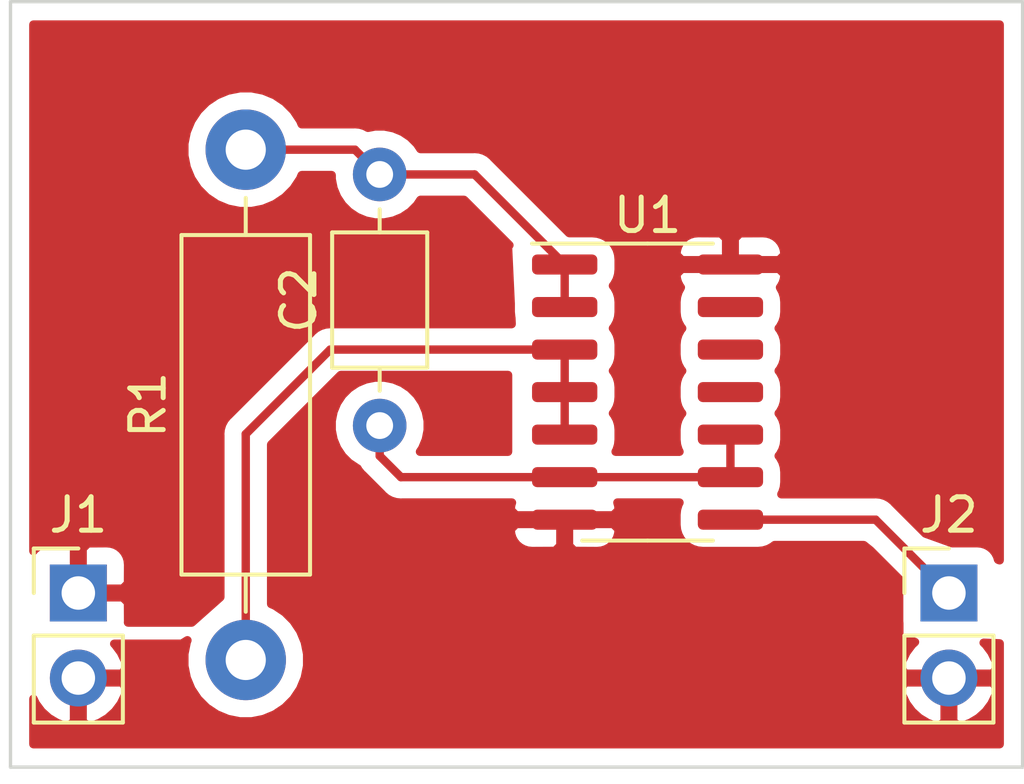
<source format=kicad_pcb>
(kicad_pcb (version 20171130) (host pcbnew 5.1.9-73d0e3b20d~88~ubuntu18.04.1)

  (general
    (thickness 1.6)
    (drawings 4)
    (tracks 24)
    (zones 0)
    (modules 5)
    (nets 7)
  )

  (page A4)
  (layers
    (0 F.Cu signal)
    (31 B.Cu signal)
    (32 B.Adhes user)
    (33 F.Adhes user)
    (34 B.Paste user)
    (35 F.Paste user)
    (36 B.SilkS user)
    (37 F.SilkS user)
    (38 B.Mask user)
    (39 F.Mask user)
    (40 Dwgs.User user)
    (41 Cmts.User user)
    (42 Eco1.User user)
    (43 Eco2.User user)
    (44 Edge.Cuts user)
    (45 Margin user)
    (46 B.CrtYd user)
    (47 F.CrtYd user)
    (48 B.Fab user)
    (49 F.Fab user)
  )

  (setup
    (last_trace_width 0.25)
    (trace_clearance 0.2)
    (zone_clearance 0.508)
    (zone_45_only no)
    (trace_min 0.2)
    (via_size 0.8)
    (via_drill 0.4)
    (via_min_size 0.4)
    (via_min_drill 0.3)
    (uvia_size 0.3)
    (uvia_drill 0.1)
    (uvias_allowed no)
    (uvia_min_size 0.2)
    (uvia_min_drill 0.1)
    (edge_width 0.05)
    (segment_width 0.2)
    (pcb_text_width 0.3)
    (pcb_text_size 1.5 1.5)
    (mod_edge_width 0.12)
    (mod_text_size 1 1)
    (mod_text_width 0.15)
    (pad_size 1.524 1.524)
    (pad_drill 0.762)
    (pad_to_mask_clearance 0)
    (aux_axis_origin 0 0)
    (visible_elements FFFFFF7F)
    (pcbplotparams
      (layerselection 0x3ffff_ffffffff)
      (usegerberextensions false)
      (usegerberattributes true)
      (usegerberadvancedattributes true)
      (creategerberjobfile true)
      (excludeedgelayer true)
      (linewidth 0.100000)
      (plotframeref false)
      (viasonmask false)
      (mode 1)
      (useauxorigin false)
      (hpglpennumber 1)
      (hpglpenspeed 20)
      (hpglpendiameter 15.000000)
      (psnegative false)
      (psa4output false)
      (plotreference true)
      (plotvalue true)
      (plotinvisibletext false)
      (padsonsilk false)
      (subtractmaskfromsilk false)
      (outputformat 1)
      (mirror false)
      (drillshape 0)
      (scaleselection 1)
      (outputdirectory "gerber"))
  )

  (net 0 "")
  (net 1 "Net-(C2-Pad1)")
  (net 2 "Net-(C2-Pad2)")
  (net 3 +5V)
  (net 4 GND)
  (net 5 "Net-(J2-Pad1)")
  (net 6 "Net-(R1-Pad1)")

  (net_class Default "This is the default net class."
    (clearance 0.2)
    (trace_width 0.25)
    (via_dia 0.8)
    (via_drill 0.4)
    (uvia_dia 0.3)
    (uvia_drill 0.1)
    (add_net +5V)
    (add_net GND)
    (add_net "Net-(C2-Pad1)")
    (add_net "Net-(C2-Pad2)")
    (add_net "Net-(J2-Pad1)")
    (add_net "Net-(R1-Pad1)")
  )

  (module Capacitor_THT:C_Axial_L3.8mm_D2.6mm_P7.50mm_Horizontal (layer F.Cu) (tedit 5AE50EF0) (tstamp 5FEC6BA3)
    (at 57 66 90)
    (descr "C, Axial series, Axial, Horizontal, pin pitch=7.5mm, , length*diameter=3.8*2.6mm^2, http://www.vishay.com/docs/45231/arseries.pdf")
    (tags "C Axial series Axial Horizontal pin pitch 7.5mm  length 3.8mm diameter 2.6mm")
    (path /5FECA67F)
    (fp_text reference C2 (at 3.75 -2.42 90) (layer F.SilkS)
      (effects (font (size 1 1) (thickness 0.15)))
    )
    (fp_text value 0.47mF (at 3.75 2.42 90) (layer F.Fab)
      (effects (font (size 1 1) (thickness 0.15)))
    )
    (fp_line (start 1.85 -1.3) (end 1.85 1.3) (layer F.Fab) (width 0.1))
    (fp_line (start 1.85 1.3) (end 5.65 1.3) (layer F.Fab) (width 0.1))
    (fp_line (start 5.65 1.3) (end 5.65 -1.3) (layer F.Fab) (width 0.1))
    (fp_line (start 5.65 -1.3) (end 1.85 -1.3) (layer F.Fab) (width 0.1))
    (fp_line (start 0 0) (end 1.85 0) (layer F.Fab) (width 0.1))
    (fp_line (start 7.5 0) (end 5.65 0) (layer F.Fab) (width 0.1))
    (fp_line (start 1.73 -1.42) (end 1.73 1.42) (layer F.SilkS) (width 0.12))
    (fp_line (start 1.73 1.42) (end 5.77 1.42) (layer F.SilkS) (width 0.12))
    (fp_line (start 5.77 1.42) (end 5.77 -1.42) (layer F.SilkS) (width 0.12))
    (fp_line (start 5.77 -1.42) (end 1.73 -1.42) (layer F.SilkS) (width 0.12))
    (fp_line (start 1.04 0) (end 1.73 0) (layer F.SilkS) (width 0.12))
    (fp_line (start 6.46 0) (end 5.77 0) (layer F.SilkS) (width 0.12))
    (fp_line (start -1.05 -1.55) (end -1.05 1.55) (layer F.CrtYd) (width 0.05))
    (fp_line (start -1.05 1.55) (end 8.55 1.55) (layer F.CrtYd) (width 0.05))
    (fp_line (start 8.55 1.55) (end 8.55 -1.55) (layer F.CrtYd) (width 0.05))
    (fp_line (start 8.55 -1.55) (end -1.05 -1.55) (layer F.CrtYd) (width 0.05))
    (fp_text user %R (at 3.75 0 90) (layer F.Fab)
      (effects (font (size 0.76 0.76) (thickness 0.114)))
    )
    (pad 1 thru_hole circle (at 0 0 90) (size 1.6 1.6) (drill 0.8) (layers *.Cu *.Mask)
      (net 1 "Net-(C2-Pad1)"))
    (pad 2 thru_hole oval (at 7.5 0 90) (size 1.6 1.6) (drill 0.8) (layers *.Cu *.Mask)
      (net 2 "Net-(C2-Pad2)"))
    (model ${KISYS3DMOD}/Capacitor_THT.3dshapes/C_Axial_L3.8mm_D2.6mm_P7.50mm_Horizontal.wrl
      (at (xyz 0 0 0))
      (scale (xyz 1 1 1))
      (rotate (xyz 0 0 0))
    )
  )

  (module Connector_PinHeader_2.54mm:PinHeader_1x02_P2.54mm_Vertical (layer F.Cu) (tedit 59FED5CC) (tstamp 5FEC6BB9)
    (at 48 71)
    (descr "Through hole straight pin header, 1x02, 2.54mm pitch, single row")
    (tags "Through hole pin header THT 1x02 2.54mm single row")
    (path /5FEE6C88)
    (fp_text reference J1 (at 0 -2.33) (layer F.SilkS)
      (effects (font (size 1 1) (thickness 0.15)))
    )
    (fp_text value Power (at 0 4.87) (layer F.Fab)
      (effects (font (size 1 1) (thickness 0.15)))
    )
    (fp_line (start -0.635 -1.27) (end 1.27 -1.27) (layer F.Fab) (width 0.1))
    (fp_line (start 1.27 -1.27) (end 1.27 3.81) (layer F.Fab) (width 0.1))
    (fp_line (start 1.27 3.81) (end -1.27 3.81) (layer F.Fab) (width 0.1))
    (fp_line (start -1.27 3.81) (end -1.27 -0.635) (layer F.Fab) (width 0.1))
    (fp_line (start -1.27 -0.635) (end -0.635 -1.27) (layer F.Fab) (width 0.1))
    (fp_line (start -1.33 3.87) (end 1.33 3.87) (layer F.SilkS) (width 0.12))
    (fp_line (start -1.33 1.27) (end -1.33 3.87) (layer F.SilkS) (width 0.12))
    (fp_line (start 1.33 1.27) (end 1.33 3.87) (layer F.SilkS) (width 0.12))
    (fp_line (start -1.33 1.27) (end 1.33 1.27) (layer F.SilkS) (width 0.12))
    (fp_line (start -1.33 0) (end -1.33 -1.33) (layer F.SilkS) (width 0.12))
    (fp_line (start -1.33 -1.33) (end 0 -1.33) (layer F.SilkS) (width 0.12))
    (fp_line (start -1.8 -1.8) (end -1.8 4.35) (layer F.CrtYd) (width 0.05))
    (fp_line (start -1.8 4.35) (end 1.8 4.35) (layer F.CrtYd) (width 0.05))
    (fp_line (start 1.8 4.35) (end 1.8 -1.8) (layer F.CrtYd) (width 0.05))
    (fp_line (start 1.8 -1.8) (end -1.8 -1.8) (layer F.CrtYd) (width 0.05))
    (fp_text user %R (at 0 1.27 90) (layer F.Fab)
      (effects (font (size 1 1) (thickness 0.15)))
    )
    (pad 1 thru_hole rect (at 0 0) (size 1.7 1.7) (drill 1) (layers *.Cu *.Mask)
      (net 3 +5V))
    (pad 2 thru_hole oval (at 0 2.54) (size 1.7 1.7) (drill 1) (layers *.Cu *.Mask)
      (net 4 GND))
    (model ${KISYS3DMOD}/Connector_PinHeader_2.54mm.3dshapes/PinHeader_1x02_P2.54mm_Vertical.wrl
      (at (xyz 0 0 0))
      (scale (xyz 1 1 1))
      (rotate (xyz 0 0 0))
    )
  )

  (module Connector_PinHeader_2.54mm:PinHeader_1x02_P2.54mm_Vertical (layer F.Cu) (tedit 59FED5CC) (tstamp 5FEC6BCF)
    (at 74 71)
    (descr "Through hole straight pin header, 1x02, 2.54mm pitch, single row")
    (tags "Through hole pin header THT 1x02 2.54mm single row")
    (path /5FEE349C)
    (fp_text reference J2 (at 0 -2.33) (layer F.SilkS)
      (effects (font (size 1 1) (thickness 0.15)))
    )
    (fp_text value Sign (at 0 4.87) (layer F.Fab)
      (effects (font (size 1 1) (thickness 0.15)))
    )
    (fp_line (start 1.8 -1.8) (end -1.8 -1.8) (layer F.CrtYd) (width 0.05))
    (fp_line (start 1.8 4.35) (end 1.8 -1.8) (layer F.CrtYd) (width 0.05))
    (fp_line (start -1.8 4.35) (end 1.8 4.35) (layer F.CrtYd) (width 0.05))
    (fp_line (start -1.8 -1.8) (end -1.8 4.35) (layer F.CrtYd) (width 0.05))
    (fp_line (start -1.33 -1.33) (end 0 -1.33) (layer F.SilkS) (width 0.12))
    (fp_line (start -1.33 0) (end -1.33 -1.33) (layer F.SilkS) (width 0.12))
    (fp_line (start -1.33 1.27) (end 1.33 1.27) (layer F.SilkS) (width 0.12))
    (fp_line (start 1.33 1.27) (end 1.33 3.87) (layer F.SilkS) (width 0.12))
    (fp_line (start -1.33 1.27) (end -1.33 3.87) (layer F.SilkS) (width 0.12))
    (fp_line (start -1.33 3.87) (end 1.33 3.87) (layer F.SilkS) (width 0.12))
    (fp_line (start -1.27 -0.635) (end -0.635 -1.27) (layer F.Fab) (width 0.1))
    (fp_line (start -1.27 3.81) (end -1.27 -0.635) (layer F.Fab) (width 0.1))
    (fp_line (start 1.27 3.81) (end -1.27 3.81) (layer F.Fab) (width 0.1))
    (fp_line (start 1.27 -1.27) (end 1.27 3.81) (layer F.Fab) (width 0.1))
    (fp_line (start -0.635 -1.27) (end 1.27 -1.27) (layer F.Fab) (width 0.1))
    (fp_text user %R (at 0 1.27 90) (layer F.Fab)
      (effects (font (size 1 1) (thickness 0.15)))
    )
    (pad 2 thru_hole oval (at 0 2.54) (size 1.7 1.7) (drill 1) (layers *.Cu *.Mask)
      (net 4 GND))
    (pad 1 thru_hole rect (at 0 0) (size 1.7 1.7) (drill 1) (layers *.Cu *.Mask)
      (net 5 "Net-(J2-Pad1)"))
    (model ${KISYS3DMOD}/Connector_PinHeader_2.54mm.3dshapes/PinHeader_1x02_P2.54mm_Vertical.wrl
      (at (xyz 0 0 0))
      (scale (xyz 1 1 1))
      (rotate (xyz 0 0 0))
    )
  )

  (module Resistor_THT:R_Axial_DIN0411_L9.9mm_D3.6mm_P15.24mm_Horizontal (layer F.Cu) (tedit 5AE5139B) (tstamp 5FEC6BE6)
    (at 53 73 90)
    (descr "Resistor, Axial_DIN0411 series, Axial, Horizontal, pin pitch=15.24mm, 1W, length*diameter=9.9*3.6mm^2")
    (tags "Resistor Axial_DIN0411 series Axial Horizontal pin pitch 15.24mm 1W length 9.9mm diameter 3.6mm")
    (path /5FECB619)
    (fp_text reference R1 (at 7.62 -2.92 90) (layer F.SilkS)
      (effects (font (size 1 1) (thickness 0.15)))
    )
    (fp_text value 330 (at 7.62 2.92 90) (layer F.Fab)
      (effects (font (size 1 1) (thickness 0.15)))
    )
    (fp_line (start 2.67 -1.8) (end 2.67 1.8) (layer F.Fab) (width 0.1))
    (fp_line (start 2.67 1.8) (end 12.57 1.8) (layer F.Fab) (width 0.1))
    (fp_line (start 12.57 1.8) (end 12.57 -1.8) (layer F.Fab) (width 0.1))
    (fp_line (start 12.57 -1.8) (end 2.67 -1.8) (layer F.Fab) (width 0.1))
    (fp_line (start 0 0) (end 2.67 0) (layer F.Fab) (width 0.1))
    (fp_line (start 15.24 0) (end 12.57 0) (layer F.Fab) (width 0.1))
    (fp_line (start 2.55 -1.92) (end 2.55 1.92) (layer F.SilkS) (width 0.12))
    (fp_line (start 2.55 1.92) (end 12.69 1.92) (layer F.SilkS) (width 0.12))
    (fp_line (start 12.69 1.92) (end 12.69 -1.92) (layer F.SilkS) (width 0.12))
    (fp_line (start 12.69 -1.92) (end 2.55 -1.92) (layer F.SilkS) (width 0.12))
    (fp_line (start 1.44 0) (end 2.55 0) (layer F.SilkS) (width 0.12))
    (fp_line (start 13.8 0) (end 12.69 0) (layer F.SilkS) (width 0.12))
    (fp_line (start -1.45 -2.05) (end -1.45 2.05) (layer F.CrtYd) (width 0.05))
    (fp_line (start -1.45 2.05) (end 16.69 2.05) (layer F.CrtYd) (width 0.05))
    (fp_line (start 16.69 2.05) (end 16.69 -2.05) (layer F.CrtYd) (width 0.05))
    (fp_line (start 16.69 -2.05) (end -1.45 -2.05) (layer F.CrtYd) (width 0.05))
    (fp_text user %R (at 7.62 0 90) (layer F.Fab)
      (effects (font (size 1 1) (thickness 0.15)))
    )
    (pad 1 thru_hole circle (at 0 0 90) (size 2.4 2.4) (drill 1.2) (layers *.Cu *.Mask)
      (net 6 "Net-(R1-Pad1)"))
    (pad 2 thru_hole oval (at 15.24 0 90) (size 2.4 2.4) (drill 1.2) (layers *.Cu *.Mask)
      (net 2 "Net-(C2-Pad2)"))
    (model ${KISYS3DMOD}/Resistor_THT.3dshapes/R_Axial_DIN0411_L9.9mm_D3.6mm_P15.24mm_Horizontal.wrl
      (at (xyz 0 0 0))
      (scale (xyz 1 1 1))
      (rotate (xyz 0 0 0))
    )
  )

  (module Package_SO:SO-14_3.9x8.65mm_P1.27mm (layer F.Cu) (tedit 5F427CE7) (tstamp 5FEC6C06)
    (at 65 65)
    (descr "SO, 14 Pin (https://www.st.com/resource/en/datasheet/l6491.pdf), generated with kicad-footprint-generator ipc_gullwing_generator.py")
    (tags "SO SO")
    (path /5FEC5D6D)
    (attr smd)
    (fp_text reference U1 (at 0 -5.28) (layer F.SilkS)
      (effects (font (size 1 1) (thickness 0.15)))
    )
    (fp_text value 74HC00 (at 0 5.28) (layer F.Fab)
      (effects (font (size 1 1) (thickness 0.15)))
    )
    (fp_line (start 0 4.435) (end 1.95 4.435) (layer F.SilkS) (width 0.12))
    (fp_line (start 0 4.435) (end -1.95 4.435) (layer F.SilkS) (width 0.12))
    (fp_line (start 0 -4.435) (end 1.95 -4.435) (layer F.SilkS) (width 0.12))
    (fp_line (start 0 -4.435) (end -3.45 -4.435) (layer F.SilkS) (width 0.12))
    (fp_line (start -0.975 -4.325) (end 1.95 -4.325) (layer F.Fab) (width 0.1))
    (fp_line (start 1.95 -4.325) (end 1.95 4.325) (layer F.Fab) (width 0.1))
    (fp_line (start 1.95 4.325) (end -1.95 4.325) (layer F.Fab) (width 0.1))
    (fp_line (start -1.95 4.325) (end -1.95 -3.35) (layer F.Fab) (width 0.1))
    (fp_line (start -1.95 -3.35) (end -0.975 -4.325) (layer F.Fab) (width 0.1))
    (fp_line (start -3.7 -4.58) (end -3.7 4.58) (layer F.CrtYd) (width 0.05))
    (fp_line (start -3.7 4.58) (end 3.7 4.58) (layer F.CrtYd) (width 0.05))
    (fp_line (start 3.7 4.58) (end 3.7 -4.58) (layer F.CrtYd) (width 0.05))
    (fp_line (start 3.7 -4.58) (end -3.7 -4.58) (layer F.CrtYd) (width 0.05))
    (fp_text user %R (at 0 0) (layer F.Fab)
      (effects (font (size 0.98 0.98) (thickness 0.15)))
    )
    (pad 1 smd roundrect (at -2.475 -3.81) (size 1.95 0.6) (layers F.Cu F.Paste F.Mask) (roundrect_rratio 0.25)
      (net 2 "Net-(C2-Pad2)"))
    (pad 2 smd roundrect (at -2.475 -2.54) (size 1.95 0.6) (layers F.Cu F.Paste F.Mask) (roundrect_rratio 0.25)
      (net 2 "Net-(C2-Pad2)"))
    (pad 3 smd roundrect (at -2.475 -1.27) (size 1.95 0.6) (layers F.Cu F.Paste F.Mask) (roundrect_rratio 0.25)
      (net 6 "Net-(R1-Pad1)"))
    (pad 4 smd roundrect (at -2.475 0) (size 1.95 0.6) (layers F.Cu F.Paste F.Mask) (roundrect_rratio 0.25)
      (net 6 "Net-(R1-Pad1)"))
    (pad 5 smd roundrect (at -2.475 1.27) (size 1.95 0.6) (layers F.Cu F.Paste F.Mask) (roundrect_rratio 0.25)
      (net 6 "Net-(R1-Pad1)"))
    (pad 6 smd roundrect (at -2.475 2.54) (size 1.95 0.6) (layers F.Cu F.Paste F.Mask) (roundrect_rratio 0.25)
      (net 1 "Net-(C2-Pad1)"))
    (pad 7 smd roundrect (at -2.475 3.81) (size 1.95 0.6) (layers F.Cu F.Paste F.Mask) (roundrect_rratio 0.25)
      (net 4 GND))
    (pad 8 smd roundrect (at 2.475 3.81) (size 1.95 0.6) (layers F.Cu F.Paste F.Mask) (roundrect_rratio 0.25)
      (net 5 "Net-(J2-Pad1)"))
    (pad 9 smd roundrect (at 2.475 2.54) (size 1.95 0.6) (layers F.Cu F.Paste F.Mask) (roundrect_rratio 0.25)
      (net 1 "Net-(C2-Pad1)"))
    (pad 10 smd roundrect (at 2.475 1.27) (size 1.95 0.6) (layers F.Cu F.Paste F.Mask) (roundrect_rratio 0.25)
      (net 1 "Net-(C2-Pad1)"))
    (pad 11 smd roundrect (at 2.475 0) (size 1.95 0.6) (layers F.Cu F.Paste F.Mask) (roundrect_rratio 0.25))
    (pad 12 smd roundrect (at 2.475 -1.27) (size 1.95 0.6) (layers F.Cu F.Paste F.Mask) (roundrect_rratio 0.25))
    (pad 13 smd roundrect (at 2.475 -2.54) (size 1.95 0.6) (layers F.Cu F.Paste F.Mask) (roundrect_rratio 0.25))
    (pad 14 smd roundrect (at 2.475 -3.81) (size 1.95 0.6) (layers F.Cu F.Paste F.Mask) (roundrect_rratio 0.25)
      (net 3 +5V))
    (model ${KISYS3DMOD}/Package_SO.3dshapes/SO-14_3.9x8.65mm_P1.27mm.wrl
      (at (xyz 0 0 0))
      (scale (xyz 1 1 1))
      (rotate (xyz 0 0 0))
    )
  )

  (gr_line (start 76.2 53.34) (end 76.2 76.2) (layer Edge.Cuts) (width 0.1))
  (gr_line (start 45.974 53.34) (end 76.2 53.34) (layer Edge.Cuts) (width 0.1))
  (gr_line (start 45.974 76.2) (end 45.974 53.34) (layer Edge.Cuts) (width 0.1))
  (gr_line (start 76.2 76.2) (end 45.974 76.2) (layer Edge.Cuts) (width 0.1))

  (segment (start 57 66) (end 57 66.906) (width 0.25) (layer F.Cu) (net 1))
  (segment (start 57.634 67.54) (end 62.525 67.54) (width 0.25) (layer F.Cu) (net 1))
  (segment (start 57 66.906) (end 57.634 67.54) (width 0.25) (layer F.Cu) (net 1))
  (segment (start 62.525 67.54) (end 67.475 67.54) (width 0.25) (layer F.Cu) (net 1))
  (segment (start 67.475 67.54) (end 67.475 66.27) (width 0.25) (layer F.Cu) (net 1))
  (segment (start 56.26 57.76) (end 57 58.5) (width 0.25) (layer F.Cu) (net 2))
  (segment (start 53 57.76) (end 56.26 57.76) (width 0.25) (layer F.Cu) (net 2))
  (segment (start 59.835 58.5) (end 62.525 61.19) (width 0.25) (layer F.Cu) (net 2))
  (segment (start 57 58.5) (end 59.835 58.5) (width 0.25) (layer F.Cu) (net 2))
  (segment (start 62.525 61.19) (end 62.525 62.46) (width 0.25) (layer F.Cu) (net 2))
  (segment (start 62.525 68.81) (end 62.525 70.571) (width 0.25) (layer F.Cu) (net 4))
  (segment (start 62.525 70.571) (end 57.785 75.311) (width 0.25) (layer F.Cu) (net 4))
  (segment (start 57.785 75.311) (end 48.006 75.311) (width 0.25) (layer F.Cu) (net 4))
  (segment (start 48.006 73.546) (end 48 73.54) (width 0.25) (layer F.Cu) (net 4))
  (segment (start 48.006 75.311) (end 48.006 73.546) (width 0.25) (layer F.Cu) (net 4))
  (segment (start 62.525 68.81) (end 61.111 68.81) (width 0.25) (layer F.Cu) (net 4))
  (segment (start 61.111 68.81) (end 60.833 69.088) (width 0.25) (layer F.Cu) (net 4))
  (segment (start 71.81 68.81) (end 74 71) (width 0.25) (layer F.Cu) (net 5))
  (segment (start 67.475 68.81) (end 71.81 68.81) (width 0.25) (layer F.Cu) (net 5))
  (segment (start 62.525 63.73) (end 62.525 65) (width 0.25) (layer F.Cu) (net 6))
  (segment (start 62.525 65) (end 62.525 66.27) (width 0.25) (layer F.Cu) (net 6))
  (segment (start 53 73) (end 53 66.253) (width 0.25) (layer F.Cu) (net 6))
  (segment (start 55.523 63.73) (end 62.525 63.73) (width 0.25) (layer F.Cu) (net 6))
  (segment (start 53 66.253) (end 55.523 63.73) (width 0.25) (layer F.Cu) (net 6))

  (zone (net 3) (net_name +5V) (layer F.Cu) (tstamp 5FEC9A2D) (hatch edge 0.508)
    (connect_pads (clearance 0.508))
    (min_thickness 0.254)
    (fill yes (arc_segments 32) (thermal_gap 0.508) (thermal_bridge_width 0.508))
    (polygon
      (pts
        (xy 76.073 70.358) (xy 72.898 69.215) (xy 72.263 68.453) (xy 68.961 68.453) (xy 66.294 67.183)
        (xy 63.627 67.183) (xy 63.627 60.706) (xy 61.341 60.706) (xy 60.96 60.706) (xy 61.087 63.373)
        (xy 55.118 63.5) (xy 52.578 65.786) (xy 52.578 70.993) (xy 51.435 72.009) (xy 46.101 72.009)
        (xy 45.974 59.309) (xy 45.974 53.34) (xy 76.2 53.34)
      )
    )
    (filled_polygon
      (pts
        (xy 75.515001 70.022141) (xy 75.469858 70.00589) (xy 75.439502 69.90582) (xy 75.380537 69.795506) (xy 75.301185 69.698815)
        (xy 75.204494 69.619463) (xy 75.09418 69.560498) (xy 74.974482 69.524188) (xy 74.85 69.511928) (xy 74.097741 69.511928)
        (xy 73.299286 69.224484) (xy 72.373804 68.299003) (xy 72.350001 68.269999) (xy 72.234276 68.175026) (xy 72.102247 68.104454)
        (xy 71.958986 68.060997) (xy 71.847333 68.05) (xy 71.847322 68.05) (xy 71.81 68.046324) (xy 71.772678 68.05)
        (xy 68.996859 68.05) (xy 69.028084 67.991582) (xy 69.072929 67.843745) (xy 69.088072 67.69) (xy 69.088072 67.39)
        (xy 69.072929 67.236255) (xy 69.028084 67.088418) (xy 68.955258 66.952171) (xy 68.916546 66.905) (xy 68.955258 66.857829)
        (xy 69.028084 66.721582) (xy 69.072929 66.573745) (xy 69.088072 66.42) (xy 69.088072 66.12) (xy 69.072929 65.966255)
        (xy 69.028084 65.818418) (xy 68.955258 65.682171) (xy 68.916546 65.635) (xy 68.955258 65.587829) (xy 69.028084 65.451582)
        (xy 69.072929 65.303745) (xy 69.088072 65.15) (xy 69.088072 64.85) (xy 69.072929 64.696255) (xy 69.028084 64.548418)
        (xy 68.955258 64.412171) (xy 68.916546 64.365) (xy 68.955258 64.317829) (xy 69.028084 64.181582) (xy 69.072929 64.033745)
        (xy 69.088072 63.88) (xy 69.088072 63.58) (xy 69.072929 63.426255) (xy 69.028084 63.278418) (xy 68.955258 63.142171)
        (xy 68.916546 63.095) (xy 68.955258 63.047829) (xy 69.028084 62.911582) (xy 69.072929 62.763745) (xy 69.088072 62.61)
        (xy 69.088072 62.31) (xy 69.072929 62.156255) (xy 69.028084 62.008418) (xy 68.95627 61.874064) (xy 68.980537 61.844494)
        (xy 69.039502 61.73418) (xy 69.075812 61.614482) (xy 69.088072 61.49) (xy 69.085 61.47575) (xy 68.92625 61.317)
        (xy 67.602 61.317) (xy 67.602 61.337) (xy 67.348 61.337) (xy 67.348 61.317) (xy 66.02375 61.317)
        (xy 65.865 61.47575) (xy 65.861928 61.49) (xy 65.874188 61.614482) (xy 65.910498 61.73418) (xy 65.969463 61.844494)
        (xy 65.99373 61.874064) (xy 65.921916 62.008418) (xy 65.877071 62.156255) (xy 65.861928 62.31) (xy 65.861928 62.61)
        (xy 65.877071 62.763745) (xy 65.921916 62.911582) (xy 65.994742 63.047829) (xy 66.033454 63.095) (xy 65.994742 63.142171)
        (xy 65.921916 63.278418) (xy 65.877071 63.426255) (xy 65.861928 63.58) (xy 65.861928 63.88) (xy 65.877071 64.033745)
        (xy 65.921916 64.181582) (xy 65.994742 64.317829) (xy 66.033454 64.365) (xy 65.994742 64.412171) (xy 65.921916 64.548418)
        (xy 65.877071 64.696255) (xy 65.861928 64.85) (xy 65.861928 65.15) (xy 65.877071 65.303745) (xy 65.921916 65.451582)
        (xy 65.994742 65.587829) (xy 66.033454 65.635) (xy 65.994742 65.682171) (xy 65.921916 65.818418) (xy 65.877071 65.966255)
        (xy 65.861928 66.12) (xy 65.861928 66.42) (xy 65.877071 66.573745) (xy 65.921916 66.721582) (xy 65.953141 66.78)
        (xy 64.046859 66.78) (xy 64.078084 66.721582) (xy 64.122929 66.573745) (xy 64.138072 66.42) (xy 64.138072 66.12)
        (xy 64.122929 65.966255) (xy 64.078084 65.818418) (xy 64.005258 65.682171) (xy 63.966546 65.635) (xy 64.005258 65.587829)
        (xy 64.078084 65.451582) (xy 64.122929 65.303745) (xy 64.138072 65.15) (xy 64.138072 64.85) (xy 64.122929 64.696255)
        (xy 64.078084 64.548418) (xy 64.005258 64.412171) (xy 63.966546 64.365) (xy 64.005258 64.317829) (xy 64.078084 64.181582)
        (xy 64.122929 64.033745) (xy 64.138072 63.88) (xy 64.138072 63.58) (xy 64.122929 63.426255) (xy 64.078084 63.278418)
        (xy 64.005258 63.142171) (xy 63.966546 63.095) (xy 64.005258 63.047829) (xy 64.078084 62.911582) (xy 64.122929 62.763745)
        (xy 64.138072 62.61) (xy 64.138072 62.31) (xy 64.122929 62.156255) (xy 64.078084 62.008418) (xy 64.005258 61.872171)
        (xy 63.966546 61.825) (xy 64.005258 61.777829) (xy 64.078084 61.641582) (xy 64.122929 61.493745) (xy 64.138072 61.34)
        (xy 64.138072 61.04) (xy 64.123298 60.89) (xy 65.861928 60.89) (xy 65.865 60.90425) (xy 66.02375 61.063)
        (xy 67.348 61.063) (xy 67.348 60.41375) (xy 67.602 60.41375) (xy 67.602 61.063) (xy 68.92625 61.063)
        (xy 69.085 60.90425) (xy 69.088072 60.89) (xy 69.075812 60.765518) (xy 69.039502 60.64582) (xy 68.980537 60.535506)
        (xy 68.901185 60.438815) (xy 68.804494 60.359463) (xy 68.69418 60.300498) (xy 68.574482 60.264188) (xy 68.45 60.251928)
        (xy 67.76075 60.255) (xy 67.602 60.41375) (xy 67.348 60.41375) (xy 67.18925 60.255) (xy 66.5 60.251928)
        (xy 66.375518 60.264188) (xy 66.25582 60.300498) (xy 66.145506 60.359463) (xy 66.048815 60.438815) (xy 65.969463 60.535506)
        (xy 65.910498 60.64582) (xy 65.874188 60.765518) (xy 65.861928 60.89) (xy 64.123298 60.89) (xy 64.122929 60.886255)
        (xy 64.078084 60.738418) (xy 64.005258 60.602171) (xy 63.907251 60.482749) (xy 63.787829 60.384742) (xy 63.651582 60.311916)
        (xy 63.503745 60.267071) (xy 63.35 60.251928) (xy 62.661731 60.251928) (xy 60.398804 57.989003) (xy 60.375001 57.959999)
        (xy 60.259276 57.865026) (xy 60.127247 57.794454) (xy 59.983986 57.750997) (xy 59.872333 57.74) (xy 59.872322 57.74)
        (xy 59.835 57.736324) (xy 59.797678 57.74) (xy 58.218043 57.74) (xy 58.114637 57.585241) (xy 57.914759 57.385363)
        (xy 57.679727 57.22832) (xy 57.418574 57.120147) (xy 57.141335 57.065) (xy 56.858665 57.065) (xy 56.64973 57.10656)
        (xy 56.552247 57.054454) (xy 56.408986 57.010997) (xy 56.297333 57) (xy 56.297322 57) (xy 56.26 56.996324)
        (xy 56.222678 57) (xy 54.671388 57) (xy 54.626156 56.890801) (xy 54.425338 56.590256) (xy 54.169744 56.334662)
        (xy 53.869199 56.133844) (xy 53.53525 55.995518) (xy 53.180732 55.925) (xy 52.819268 55.925) (xy 52.46475 55.995518)
        (xy 52.130801 56.133844) (xy 51.830256 56.334662) (xy 51.574662 56.590256) (xy 51.373844 56.890801) (xy 51.235518 57.22475)
        (xy 51.165 57.579268) (xy 51.165 57.940732) (xy 51.235518 58.29525) (xy 51.373844 58.629199) (xy 51.574662 58.929744)
        (xy 51.830256 59.185338) (xy 52.130801 59.386156) (xy 52.46475 59.524482) (xy 52.819268 59.595) (xy 53.180732 59.595)
        (xy 53.53525 59.524482) (xy 53.869199 59.386156) (xy 54.169744 59.185338) (xy 54.425338 58.929744) (xy 54.626156 58.629199)
        (xy 54.671388 58.52) (xy 55.565 58.52) (xy 55.565 58.641335) (xy 55.620147 58.918574) (xy 55.72832 59.179727)
        (xy 55.885363 59.414759) (xy 56.085241 59.614637) (xy 56.320273 59.77168) (xy 56.581426 59.879853) (xy 56.858665 59.935)
        (xy 57.141335 59.935) (xy 57.418574 59.879853) (xy 57.679727 59.77168) (xy 57.914759 59.614637) (xy 58.114637 59.414759)
        (xy 58.218043 59.26) (xy 59.520199 59.26) (xy 60.873601 60.613404) (xy 60.870197 60.616197) (xy 60.854403 60.635443)
        (xy 60.842667 60.657399) (xy 60.83544 60.681224) (xy 60.833144 60.712041) (xy 60.911928 62.366508) (xy 60.911928 62.61)
        (xy 60.927071 62.763745) (xy 60.931547 62.778499) (xy 60.940666 62.97) (xy 55.560323 62.97) (xy 55.523 62.966324)
        (xy 55.485677 62.97) (xy 55.485667 62.97) (xy 55.374014 62.980997) (xy 55.230753 63.024454) (xy 55.098724 63.095026)
        (xy 54.982999 63.189999) (xy 54.959201 63.218997) (xy 52.488998 65.689201) (xy 52.46 65.712999) (xy 52.436202 65.741997)
        (xy 52.436201 65.741998) (xy 52.365026 65.828724) (xy 52.294454 65.960754) (xy 52.289298 65.977753) (xy 52.250998 66.104014)
        (xy 52.241499 66.200454) (xy 52.236324 66.253) (xy 52.240001 66.290332) (xy 52.24 71.123524) (xy 51.386715 71.882)
        (xy 49.48492 71.882) (xy 49.488072 71.85) (xy 49.485 71.28575) (xy 49.32625 71.127) (xy 48.127 71.127)
        (xy 48.127 71.147) (xy 47.873 71.147) (xy 47.873 71.127) (xy 47.853 71.127) (xy 47.853 70.873)
        (xy 47.873 70.873) (xy 47.873 69.67375) (xy 48.127 69.67375) (xy 48.127 70.873) (xy 49.32625 70.873)
        (xy 49.485 70.71425) (xy 49.488072 70.15) (xy 49.475812 70.025518) (xy 49.439502 69.90582) (xy 49.380537 69.795506)
        (xy 49.301185 69.698815) (xy 49.204494 69.619463) (xy 49.09418 69.560498) (xy 48.974482 69.524188) (xy 48.85 69.511928)
        (xy 48.28575 69.515) (xy 48.127 69.67375) (xy 47.873 69.67375) (xy 47.71425 69.515) (xy 47.15 69.511928)
        (xy 47.025518 69.524188) (xy 46.90582 69.560498) (xy 46.795506 69.619463) (xy 46.698815 69.698815) (xy 46.659 69.74733)
        (xy 46.659 54.025) (xy 75.515 54.025)
      )
    )
  )
  (zone (net 4) (net_name GND) (layer F.Cu) (tstamp 5FEC9A2A) (hatch edge 0.508)
    (connect_pads (clearance 0.508))
    (min_thickness 0.254)
    (fill yes (arc_segments 32) (thermal_gap 0.508) (thermal_bridge_width 0.508))
    (polygon
      (pts
        (xy 71.374 69.342) (xy 72.644 70.358) (xy 72.644 72.263) (xy 75.819 72.39) (xy 75.819 75.946)
        (xy 46.355 75.946) (xy 46.228 72.39) (xy 51.054 72.39) (xy 53.467 70.866) (xy 53.467 66.548)
        (xy 55.753 64.135) (xy 60.96 64.135) (xy 60.96 66.929) (xy 60.96 68.072) (xy 63.881 67.945)
        (xy 66.167 67.945)
      )
    )
    (filled_polygon
      (pts
        (xy 60.833 66.78) (xy 58.20468 66.78) (xy 58.27168 66.679727) (xy 58.379853 66.418574) (xy 58.435 66.141335)
        (xy 58.435 65.858665) (xy 58.379853 65.581426) (xy 58.27168 65.320273) (xy 58.114637 65.085241) (xy 57.914759 64.885363)
        (xy 57.679727 64.72832) (xy 57.418574 64.620147) (xy 57.141335 64.565) (xy 56.858665 64.565) (xy 56.581426 64.620147)
        (xy 56.320273 64.72832) (xy 56.085241 64.885363) (xy 55.885363 65.085241) (xy 55.72832 65.320273) (xy 55.620147 65.581426)
        (xy 55.565 65.858665) (xy 55.565 66.141335) (xy 55.620147 66.418574) (xy 55.72832 66.679727) (xy 55.885363 66.914759)
        (xy 56.085241 67.114637) (xy 56.320273 67.27168) (xy 56.337525 67.278826) (xy 56.365026 67.330276) (xy 56.414873 67.391014)
        (xy 56.46 67.446001) (xy 56.488997 67.469798) (xy 57.070205 68.051008) (xy 57.093999 68.080001) (xy 57.122992 68.103795)
        (xy 57.122996 68.103799) (xy 57.186002 68.155506) (xy 57.209724 68.174974) (xy 57.341753 68.245546) (xy 57.485014 68.289003)
        (xy 57.596667 68.3) (xy 57.596676 68.3) (xy 57.633999 68.303676) (xy 57.671322 68.3) (xy 60.95013 68.3)
        (xy 60.924188 68.385518) (xy 60.911928 68.51) (xy 60.915 68.52425) (xy 61.07375 68.683) (xy 62.398 68.683)
        (xy 62.398 68.663) (xy 62.652 68.663) (xy 62.652 68.683) (xy 63.97625 68.683) (xy 64.135 68.52425)
        (xy 64.138072 68.51) (xy 64.125812 68.385518) (xy 64.09987 68.3) (xy 65.953141 68.3) (xy 65.921916 68.358418)
        (xy 65.877071 68.506255) (xy 65.861928 68.66) (xy 65.861928 68.96) (xy 65.877071 69.113745) (xy 65.921916 69.261582)
        (xy 65.994742 69.397829) (xy 66.092749 69.517251) (xy 66.212171 69.615258) (xy 66.348418 69.688084) (xy 66.496255 69.732929)
        (xy 66.65 69.748072) (xy 68.3 69.748072) (xy 68.453745 69.732929) (xy 68.601582 69.688084) (xy 68.737829 69.615258)
        (xy 68.792976 69.57) (xy 71.455701 69.57) (xy 71.653189 69.72799) (xy 72.511928 70.58673) (xy 72.511928 71.85)
        (xy 72.517 71.901499) (xy 72.517 72.263) (xy 72.51944 72.287776) (xy 72.526667 72.311601) (xy 72.538403 72.333557)
        (xy 72.554197 72.352803) (xy 72.573443 72.368597) (xy 72.595399 72.380333) (xy 72.619224 72.38756) (xy 72.638924 72.389899)
        (xy 72.827103 72.397426) (xy 72.90582 72.439502) (xy 72.986466 72.463966) (xy 72.902412 72.539731) (xy 72.728359 72.77308)
        (xy 72.603175 73.035901) (xy 72.558524 73.18311) (xy 72.679845 73.413) (xy 73.873 73.413) (xy 73.873 73.393)
        (xy 74.127 73.393) (xy 74.127 73.413) (xy 75.320155 73.413) (xy 75.441476 73.18311) (xy 75.396825 73.035901)
        (xy 75.271641 72.77308) (xy 75.097588 72.539731) (xy 75.037817 72.485855) (xy 75.515001 72.504942) (xy 75.515001 75.515)
        (xy 46.659 75.515) (xy 46.659 74.161302) (xy 46.728359 74.30692) (xy 46.902412 74.540269) (xy 47.118645 74.735178)
        (xy 47.368748 74.884157) (xy 47.643109 74.981481) (xy 47.873 74.860814) (xy 47.873 73.667) (xy 48.127 73.667)
        (xy 48.127 74.860814) (xy 48.356891 74.981481) (xy 48.631252 74.884157) (xy 48.881355 74.735178) (xy 49.097588 74.540269)
        (xy 49.271641 74.30692) (xy 49.396825 74.044099) (xy 49.441476 73.89689) (xy 49.320155 73.667) (xy 48.127 73.667)
        (xy 47.873 73.667) (xy 47.853 73.667) (xy 47.853 73.413) (xy 47.873 73.413) (xy 47.873 73.393)
        (xy 48.127 73.393) (xy 48.127 73.413) (xy 49.320155 73.413) (xy 49.441476 73.18311) (xy 49.396825 73.035901)
        (xy 49.271641 72.77308) (xy 49.097588 72.539731) (xy 49.07237 72.517) (xy 51.054 72.517) (xy 51.078776 72.51456)
        (xy 51.102601 72.507333) (xy 51.121817 72.497377) (xy 51.257499 72.411683) (xy 51.235518 72.46475) (xy 51.165 72.819268)
        (xy 51.165 73.180732) (xy 51.235518 73.53525) (xy 51.373844 73.869199) (xy 51.574662 74.169744) (xy 51.830256 74.425338)
        (xy 52.130801 74.626156) (xy 52.46475 74.764482) (xy 52.819268 74.835) (xy 53.180732 74.835) (xy 53.53525 74.764482)
        (xy 53.869199 74.626156) (xy 54.169744 74.425338) (xy 54.425338 74.169744) (xy 54.607653 73.89689) (xy 72.558524 73.89689)
        (xy 72.603175 74.044099) (xy 72.728359 74.30692) (xy 72.902412 74.540269) (xy 73.118645 74.735178) (xy 73.368748 74.884157)
        (xy 73.643109 74.981481) (xy 73.873 74.860814) (xy 73.873 73.667) (xy 74.127 73.667) (xy 74.127 74.860814)
        (xy 74.356891 74.981481) (xy 74.631252 74.884157) (xy 74.881355 74.735178) (xy 75.097588 74.540269) (xy 75.271641 74.30692)
        (xy 75.396825 74.044099) (xy 75.441476 73.89689) (xy 75.320155 73.667) (xy 74.127 73.667) (xy 73.873 73.667)
        (xy 72.679845 73.667) (xy 72.558524 73.89689) (xy 54.607653 73.89689) (xy 54.626156 73.869199) (xy 54.764482 73.53525)
        (xy 54.835 73.180732) (xy 54.835 72.819268) (xy 54.764482 72.46475) (xy 54.626156 72.130801) (xy 54.425338 71.830256)
        (xy 54.169744 71.574662) (xy 53.869199 71.373844) (xy 53.76 71.328612) (xy 53.76 69.11) (xy 60.911928 69.11)
        (xy 60.924188 69.234482) (xy 60.960498 69.35418) (xy 61.019463 69.464494) (xy 61.098815 69.561185) (xy 61.195506 69.640537)
        (xy 61.30582 69.699502) (xy 61.425518 69.735812) (xy 61.55 69.748072) (xy 62.23925 69.745) (xy 62.398 69.58625)
        (xy 62.398 68.937) (xy 62.652 68.937) (xy 62.652 69.58625) (xy 62.81075 69.745) (xy 63.5 69.748072)
        (xy 63.624482 69.735812) (xy 63.74418 69.699502) (xy 63.854494 69.640537) (xy 63.951185 69.561185) (xy 64.030537 69.464494)
        (xy 64.089502 69.35418) (xy 64.125812 69.234482) (xy 64.138072 69.11) (xy 64.135 69.09575) (xy 63.97625 68.937)
        (xy 62.652 68.937) (xy 62.398 68.937) (xy 61.07375 68.937) (xy 60.915 69.09575) (xy 60.911928 69.11)
        (xy 53.76 69.11) (xy 53.76 66.567801) (xy 55.837802 64.49) (xy 60.833 64.49)
      )
    )
  )
)

</source>
